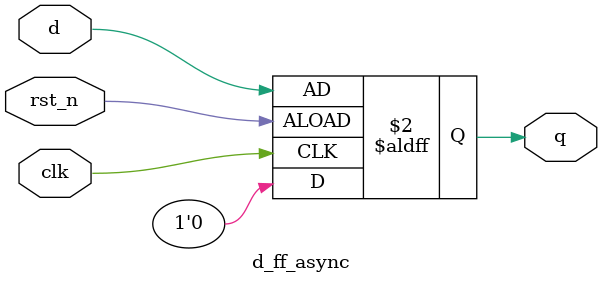
<source format=v>

module d_ff_async (
  input wire clk,
  input wire rst_n,
  input wire d,
  output reg q
);
  always @(posedge clk or negedge rst_n) begin
    if (rst_n)
      q <= 1'b0;  // Asynchronous reset
    else
      q <= d;
  end
endmodule
</source>
